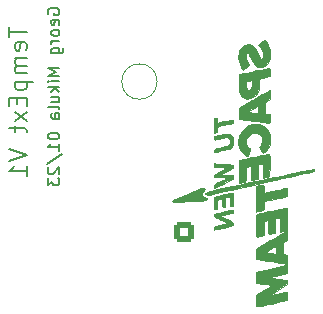
<source format=gbo>
G04 #@! TF.GenerationSoftware,KiCad,Pcbnew,6.0.10-86aedd382b~118~ubuntu20.04.1*
G04 #@! TF.CreationDate,2023-01-08T02:49:30+01:00*
G04 #@! TF.ProjectId,TempExt,54656d70-4578-4742-9e6b-696361645f70,rev?*
G04 #@! TF.SameCoordinates,Original*
G04 #@! TF.FileFunction,Legend,Bot*
G04 #@! TF.FilePolarity,Positive*
%FSLAX46Y46*%
G04 Gerber Fmt 4.6, Leading zero omitted, Abs format (unit mm)*
G04 Created by KiCad (PCBNEW 6.0.10-86aedd382b~118~ubuntu20.04.1) date 2023-01-08 02:49:30*
%MOMM*%
%LPD*%
G01*
G04 APERTURE LIST*
G04 Aperture macros list*
%AMRoundRect*
0 Rectangle with rounded corners*
0 $1 Rounding radius*
0 $2 $3 $4 $5 $6 $7 $8 $9 X,Y pos of 4 corners*
0 Add a 4 corners polygon primitive as box body*
4,1,4,$2,$3,$4,$5,$6,$7,$8,$9,$2,$3,0*
0 Add four circle primitives for the rounded corners*
1,1,$1+$1,$2,$3*
1,1,$1+$1,$4,$5*
1,1,$1+$1,$6,$7*
1,1,$1+$1,$8,$9*
0 Add four rect primitives between the rounded corners*
20,1,$1+$1,$2,$3,$4,$5,0*
20,1,$1+$1,$4,$5,$6,$7,0*
20,1,$1+$1,$6,$7,$8,$9,0*
20,1,$1+$1,$8,$9,$2,$3,0*%
G04 Aperture macros list end*
%ADD10C,0.200000*%
%ADD11C,0.150000*%
%ADD12C,0.010000*%
%ADD13C,0.120000*%
%ADD14C,1.000000*%
%ADD15C,2.500000*%
%ADD16RoundRect,0.250000X-0.600000X0.600000X-0.600000X-0.600000X0.600000X-0.600000X0.600000X0.600000X0*%
%ADD17C,1.700000*%
%ADD18C,2.100000*%
G04 APERTURE END LIST*
D10*
X110178571Y-105607142D02*
X110178571Y-106464285D01*
X111678571Y-106035714D02*
X110178571Y-106035714D01*
X111607142Y-107535714D02*
X111678571Y-107392857D01*
X111678571Y-107107142D01*
X111607142Y-106964285D01*
X111464285Y-106892857D01*
X110892857Y-106892857D01*
X110750000Y-106964285D01*
X110678571Y-107107142D01*
X110678571Y-107392857D01*
X110750000Y-107535714D01*
X110892857Y-107607142D01*
X111035714Y-107607142D01*
X111178571Y-106892857D01*
X111678571Y-108250000D02*
X110678571Y-108250000D01*
X110821428Y-108250000D02*
X110750000Y-108321428D01*
X110678571Y-108464285D01*
X110678571Y-108678571D01*
X110750000Y-108821428D01*
X110892857Y-108892857D01*
X111678571Y-108892857D01*
X110892857Y-108892857D02*
X110750000Y-108964285D01*
X110678571Y-109107142D01*
X110678571Y-109321428D01*
X110750000Y-109464285D01*
X110892857Y-109535714D01*
X111678571Y-109535714D01*
X110678571Y-110250000D02*
X112178571Y-110250000D01*
X110750000Y-110250000D02*
X110678571Y-110392857D01*
X110678571Y-110678571D01*
X110750000Y-110821428D01*
X110821428Y-110892857D01*
X110964285Y-110964285D01*
X111392857Y-110964285D01*
X111535714Y-110892857D01*
X111607142Y-110821428D01*
X111678571Y-110678571D01*
X111678571Y-110392857D01*
X111607142Y-110250000D01*
X110892857Y-111607142D02*
X110892857Y-112107142D01*
X111678571Y-112321428D02*
X111678571Y-111607142D01*
X110178571Y-111607142D01*
X110178571Y-112321428D01*
X111678571Y-112821428D02*
X110678571Y-113607142D01*
X110678571Y-112821428D02*
X111678571Y-113607142D01*
X110678571Y-113964285D02*
X110678571Y-114535714D01*
X110178571Y-114178571D02*
X111464285Y-114178571D01*
X111607142Y-114250000D01*
X111678571Y-114392857D01*
X111678571Y-114535714D01*
X110178571Y-115964285D02*
X111678571Y-116464285D01*
X110178571Y-116964285D01*
X111678571Y-118250000D02*
X111678571Y-117392857D01*
X111678571Y-117821428D02*
X110178571Y-117821428D01*
X110392857Y-117678571D01*
X110535714Y-117535714D01*
X110607142Y-117392857D01*
D11*
X113500000Y-104547619D02*
X113452380Y-104452380D01*
X113452380Y-104309523D01*
X113500000Y-104166666D01*
X113595238Y-104071428D01*
X113690476Y-104023809D01*
X113880952Y-103976190D01*
X114023809Y-103976190D01*
X114214285Y-104023809D01*
X114309523Y-104071428D01*
X114404761Y-104166666D01*
X114452380Y-104309523D01*
X114452380Y-104404761D01*
X114404761Y-104547619D01*
X114357142Y-104595238D01*
X114023809Y-104595238D01*
X114023809Y-104404761D01*
X114404761Y-105404761D02*
X114452380Y-105309523D01*
X114452380Y-105119047D01*
X114404761Y-105023809D01*
X114309523Y-104976190D01*
X113928571Y-104976190D01*
X113833333Y-105023809D01*
X113785714Y-105119047D01*
X113785714Y-105309523D01*
X113833333Y-105404761D01*
X113928571Y-105452380D01*
X114023809Y-105452380D01*
X114119047Y-104976190D01*
X114452380Y-106023809D02*
X114404761Y-105928571D01*
X114357142Y-105880952D01*
X114261904Y-105833333D01*
X113976190Y-105833333D01*
X113880952Y-105880952D01*
X113833333Y-105928571D01*
X113785714Y-106023809D01*
X113785714Y-106166666D01*
X113833333Y-106261904D01*
X113880952Y-106309523D01*
X113976190Y-106357142D01*
X114261904Y-106357142D01*
X114357142Y-106309523D01*
X114404761Y-106261904D01*
X114452380Y-106166666D01*
X114452380Y-106023809D01*
X114452380Y-106785714D02*
X113785714Y-106785714D01*
X113976190Y-106785714D02*
X113880952Y-106833333D01*
X113833333Y-106880952D01*
X113785714Y-106976190D01*
X113785714Y-107071428D01*
X113785714Y-107833333D02*
X114595238Y-107833333D01*
X114690476Y-107785714D01*
X114738095Y-107738095D01*
X114785714Y-107642857D01*
X114785714Y-107500000D01*
X114738095Y-107404761D01*
X114404761Y-107833333D02*
X114452380Y-107738095D01*
X114452380Y-107547619D01*
X114404761Y-107452380D01*
X114357142Y-107404761D01*
X114261904Y-107357142D01*
X113976190Y-107357142D01*
X113880952Y-107404761D01*
X113833333Y-107452380D01*
X113785714Y-107547619D01*
X113785714Y-107738095D01*
X113833333Y-107833333D01*
X114452380Y-109071428D02*
X113452380Y-109071428D01*
X114166666Y-109404761D01*
X113452380Y-109738095D01*
X114452380Y-109738095D01*
X114452380Y-110214285D02*
X113785714Y-110214285D01*
X113452380Y-110214285D02*
X113500000Y-110166666D01*
X113547619Y-110214285D01*
X113500000Y-110261904D01*
X113452380Y-110214285D01*
X113547619Y-110214285D01*
X114452380Y-110690476D02*
X113452380Y-110690476D01*
X114071428Y-110785714D02*
X114452380Y-111071428D01*
X113785714Y-111071428D02*
X114166666Y-110690476D01*
X113785714Y-111928571D02*
X114452380Y-111928571D01*
X113785714Y-111500000D02*
X114309523Y-111500000D01*
X114404761Y-111547619D01*
X114452380Y-111642857D01*
X114452380Y-111785714D01*
X114404761Y-111880952D01*
X114357142Y-111928571D01*
X114452380Y-112547619D02*
X114404761Y-112452380D01*
X114309523Y-112404761D01*
X113452380Y-112404761D01*
X114452380Y-113357142D02*
X113928571Y-113357142D01*
X113833333Y-113309523D01*
X113785714Y-113214285D01*
X113785714Y-113023809D01*
X113833333Y-112928571D01*
X114404761Y-113357142D02*
X114452380Y-113261904D01*
X114452380Y-113023809D01*
X114404761Y-112928571D01*
X114309523Y-112880952D01*
X114214285Y-112880952D01*
X114119047Y-112928571D01*
X114071428Y-113023809D01*
X114071428Y-113261904D01*
X114023809Y-113357142D01*
X113452380Y-114785714D02*
X113452380Y-114880952D01*
X113500000Y-114976190D01*
X113547619Y-115023809D01*
X113642857Y-115071428D01*
X113833333Y-115119047D01*
X114071428Y-115119047D01*
X114261904Y-115071428D01*
X114357142Y-115023809D01*
X114404761Y-114976190D01*
X114452380Y-114880952D01*
X114452380Y-114785714D01*
X114404761Y-114690476D01*
X114357142Y-114642857D01*
X114261904Y-114595238D01*
X114071428Y-114547619D01*
X113833333Y-114547619D01*
X113642857Y-114595238D01*
X113547619Y-114642857D01*
X113500000Y-114690476D01*
X113452380Y-114785714D01*
X114452380Y-116071428D02*
X114452380Y-115500000D01*
X114452380Y-115785714D02*
X113452380Y-115785714D01*
X113595238Y-115690476D01*
X113690476Y-115595238D01*
X113738095Y-115500000D01*
X113404761Y-117214285D02*
X114690476Y-116357142D01*
X113547619Y-117500000D02*
X113500000Y-117547619D01*
X113452380Y-117642857D01*
X113452380Y-117880952D01*
X113500000Y-117976190D01*
X113547619Y-118023809D01*
X113642857Y-118071428D01*
X113738095Y-118071428D01*
X113880952Y-118023809D01*
X114452380Y-117452380D01*
X114452380Y-118071428D01*
X113452380Y-118404761D02*
X113452380Y-119023809D01*
X113833333Y-118690476D01*
X113833333Y-118833333D01*
X113880952Y-118928571D01*
X113928571Y-118976190D01*
X114023809Y-119023809D01*
X114261904Y-119023809D01*
X114357142Y-118976190D01*
X114404761Y-118928571D01*
X114452380Y-118833333D01*
X114452380Y-118547619D01*
X114404761Y-118452380D01*
X114357142Y-118404761D01*
G36*
X136049818Y-117705714D02*
G01*
X136045453Y-117775808D01*
X136031077Y-117815273D01*
X136015108Y-117818560D01*
X135919801Y-117839642D01*
X135743987Y-117879053D01*
X135493751Y-117935415D01*
X135175178Y-118007352D01*
X134794353Y-118093486D01*
X134357362Y-118192438D01*
X133870290Y-118302832D01*
X133339223Y-118423290D01*
X132770245Y-118552435D01*
X132169443Y-118688888D01*
X131542900Y-118831273D01*
X131192443Y-118910885D01*
X130577360Y-119050342D01*
X129990406Y-119183084D01*
X129437774Y-119307725D01*
X128925653Y-119422884D01*
X128460238Y-119527177D01*
X128047719Y-119619220D01*
X127694289Y-119697630D01*
X127406140Y-119761024D01*
X127189463Y-119808018D01*
X127050451Y-119837228D01*
X126995296Y-119847273D01*
X126949456Y-119838623D01*
X126862640Y-119781619D01*
X126842195Y-119756079D01*
X126823799Y-119726126D01*
X126818562Y-119697564D01*
X126831630Y-119669018D01*
X126868148Y-119639113D01*
X126933262Y-119606474D01*
X127032116Y-119569727D01*
X127169856Y-119527496D01*
X127351628Y-119478407D01*
X127582576Y-119421084D01*
X127867846Y-119354153D01*
X128212583Y-119276238D01*
X128621933Y-119185965D01*
X129101040Y-119081959D01*
X129655051Y-118962845D01*
X130289110Y-118827248D01*
X131008363Y-118673793D01*
X131572381Y-118553495D01*
X132169326Y-118426150D01*
X132742241Y-118303904D01*
X133283761Y-118188333D01*
X133786516Y-118081008D01*
X134243141Y-117983504D01*
X134646268Y-117897392D01*
X134988530Y-117824247D01*
X135262560Y-117765641D01*
X135460990Y-117723148D01*
X135576454Y-117698340D01*
X136049818Y-117596155D01*
X136049818Y-117705714D01*
G37*
D12*
X136049818Y-117705714D02*
X136045453Y-117775808D01*
X136031077Y-117815273D01*
X136015108Y-117818560D01*
X135919801Y-117839642D01*
X135743987Y-117879053D01*
X135493751Y-117935415D01*
X135175178Y-118007352D01*
X134794353Y-118093486D01*
X134357362Y-118192438D01*
X133870290Y-118302832D01*
X133339223Y-118423290D01*
X132770245Y-118552435D01*
X132169443Y-118688888D01*
X131542900Y-118831273D01*
X131192443Y-118910885D01*
X130577360Y-119050342D01*
X129990406Y-119183084D01*
X129437774Y-119307725D01*
X128925653Y-119422884D01*
X128460238Y-119527177D01*
X128047719Y-119619220D01*
X127694289Y-119697630D01*
X127406140Y-119761024D01*
X127189463Y-119808018D01*
X127050451Y-119837228D01*
X126995296Y-119847273D01*
X126949456Y-119838623D01*
X126862640Y-119781619D01*
X126842195Y-119756079D01*
X126823799Y-119726126D01*
X126818562Y-119697564D01*
X126831630Y-119669018D01*
X126868148Y-119639113D01*
X126933262Y-119606474D01*
X127032116Y-119569727D01*
X127169856Y-119527496D01*
X127351628Y-119478407D01*
X127582576Y-119421084D01*
X127867846Y-119354153D01*
X128212583Y-119276238D01*
X128621933Y-119185965D01*
X129101040Y-119081959D01*
X129655051Y-118962845D01*
X130289110Y-118827248D01*
X131008363Y-118673793D01*
X131572381Y-118553495D01*
X132169326Y-118426150D01*
X132742241Y-118303904D01*
X133283761Y-118188333D01*
X133786516Y-118081008D01*
X134243141Y-117983504D01*
X134646268Y-117897392D01*
X134988530Y-117824247D01*
X135262560Y-117765641D01*
X135460990Y-117723148D01*
X135576454Y-117698340D01*
X136049818Y-117596155D01*
X136049818Y-117705714D01*
G36*
X131691749Y-118981907D02*
G01*
X131738892Y-119029717D01*
X131753918Y-119137529D01*
X131754909Y-119319294D01*
X131754998Y-119368075D01*
X131758499Y-119526438D01*
X131770257Y-119613799D01*
X131794568Y-119647453D01*
X131835727Y-119644697D01*
X131850454Y-119640585D01*
X131953601Y-119615320D01*
X132120035Y-119577137D01*
X132332708Y-119529704D01*
X132574571Y-119476692D01*
X132828575Y-119421769D01*
X133077672Y-119368604D01*
X133304815Y-119320866D01*
X133492953Y-119282225D01*
X133625039Y-119256350D01*
X133684025Y-119246909D01*
X133705060Y-119264754D01*
X133728653Y-119350894D01*
X133741286Y-119484312D01*
X133742998Y-119637991D01*
X133733828Y-119784919D01*
X133713815Y-119898081D01*
X133683000Y-119950463D01*
X133675673Y-119952683D01*
X133594412Y-119972548D01*
X133440814Y-120007588D01*
X133229289Y-120054594D01*
X132974245Y-120110356D01*
X132690091Y-120171663D01*
X131754909Y-120372154D01*
X131754909Y-120732288D01*
X131754266Y-120878152D01*
X131747986Y-121002048D01*
X131729329Y-121070045D01*
X131691551Y-121102777D01*
X131627909Y-121120875D01*
X131627051Y-121121067D01*
X131490094Y-121153299D01*
X131339273Y-121190770D01*
X131319708Y-121195725D01*
X131207244Y-121221734D01*
X131143000Y-121232470D01*
X131136871Y-121215483D01*
X131127703Y-121120968D01*
X131119858Y-120954758D01*
X131113746Y-120729640D01*
X131109778Y-120458402D01*
X131108364Y-120153830D01*
X131108364Y-119074933D01*
X131370066Y-119022376D01*
X131428796Y-119010495D01*
X131594411Y-118980149D01*
X131691749Y-118981907D01*
G37*
X131691749Y-118981907D02*
X131738892Y-119029717D01*
X131753918Y-119137529D01*
X131754909Y-119319294D01*
X131754998Y-119368075D01*
X131758499Y-119526438D01*
X131770257Y-119613799D01*
X131794568Y-119647453D01*
X131835727Y-119644697D01*
X131850454Y-119640585D01*
X131953601Y-119615320D01*
X132120035Y-119577137D01*
X132332708Y-119529704D01*
X132574571Y-119476692D01*
X132828575Y-119421769D01*
X133077672Y-119368604D01*
X133304815Y-119320866D01*
X133492953Y-119282225D01*
X133625039Y-119256350D01*
X133684025Y-119246909D01*
X133705060Y-119264754D01*
X133728653Y-119350894D01*
X133741286Y-119484312D01*
X133742998Y-119637991D01*
X133733828Y-119784919D01*
X133713815Y-119898081D01*
X133683000Y-119950463D01*
X133675673Y-119952683D01*
X133594412Y-119972548D01*
X133440814Y-120007588D01*
X133229289Y-120054594D01*
X132974245Y-120110356D01*
X132690091Y-120171663D01*
X131754909Y-120372154D01*
X131754909Y-120732288D01*
X131754266Y-120878152D01*
X131747986Y-121002048D01*
X131729329Y-121070045D01*
X131691551Y-121102777D01*
X131627909Y-121120875D01*
X131627051Y-121121067D01*
X131490094Y-121153299D01*
X131339273Y-121190770D01*
X131319708Y-121195725D01*
X131207244Y-121221734D01*
X131143000Y-121232470D01*
X131136871Y-121215483D01*
X131127703Y-121120968D01*
X131119858Y-120954758D01*
X131113746Y-120729640D01*
X131109778Y-120458402D01*
X131108364Y-120153830D01*
X131108364Y-119074933D01*
X131370066Y-119022376D01*
X131428796Y-119010495D01*
X131594411Y-118980149D01*
X131691749Y-118981907D01*
G36*
X133197037Y-123141367D02*
G01*
X133385977Y-123026913D01*
X133516919Y-122946432D01*
X133579091Y-122906411D01*
X133630385Y-122867629D01*
X133635166Y-122849489D01*
X133556000Y-122863072D01*
X133435827Y-122887932D01*
X133290454Y-122917907D01*
X133140364Y-122948793D01*
X133140364Y-121736542D01*
X132967182Y-121767791D01*
X132939702Y-121772915D01*
X132824060Y-121798316D01*
X132759364Y-121818791D01*
X132757415Y-121820833D01*
X132744650Y-121883530D01*
X132734264Y-122017960D01*
X132727282Y-122206071D01*
X132724727Y-122429805D01*
X132724727Y-123021067D01*
X132463025Y-123073625D01*
X132349451Y-123095713D01*
X132226099Y-123117680D01*
X132162843Y-123126182D01*
X132161180Y-123125646D01*
X132146821Y-123073443D01*
X132135122Y-122948263D01*
X132127247Y-122767590D01*
X132124364Y-122548909D01*
X132124326Y-122523954D01*
X132120672Y-122308542D01*
X132111909Y-122133029D01*
X132099262Y-122014899D01*
X132083954Y-121971637D01*
X132083575Y-121971638D01*
X132012458Y-121980203D01*
X131899227Y-122000500D01*
X131754909Y-122029364D01*
X131754909Y-123258179D01*
X131490549Y-123313060D01*
X131375343Y-123337920D01*
X131242576Y-123369252D01*
X131167276Y-123390548D01*
X131165254Y-123391193D01*
X131145433Y-123377385D01*
X131130528Y-123318352D01*
X131119954Y-123204672D01*
X131113125Y-123026920D01*
X131109456Y-122775673D01*
X131108364Y-122441508D01*
X131108380Y-122372167D01*
X131109227Y-122063629D01*
X131112048Y-121833409D01*
X131117797Y-121669732D01*
X131127430Y-121560820D01*
X131141902Y-121494898D01*
X131162168Y-121460190D01*
X131189182Y-121444921D01*
X131193064Y-121443759D01*
X131279494Y-121421915D01*
X131436534Y-121385452D01*
X131649567Y-121337518D01*
X131903979Y-121281263D01*
X132185152Y-121219834D01*
X132478470Y-121156380D01*
X132769316Y-121094049D01*
X133043076Y-121035992D01*
X133285131Y-120985355D01*
X133480866Y-120945287D01*
X133615665Y-120918938D01*
X133674912Y-120909455D01*
X133694203Y-120920015D01*
X133709312Y-120958104D01*
X133720468Y-121032982D01*
X133728043Y-121153910D01*
X133732408Y-121330146D01*
X133733934Y-121570951D01*
X133732991Y-121885583D01*
X133729951Y-122283304D01*
X133717636Y-123657153D01*
X133544579Y-123749576D01*
X133371522Y-123842000D01*
X133371397Y-124355643D01*
X133371273Y-124869286D01*
X133740727Y-124928364D01*
X133740727Y-125673521D01*
X133613727Y-125647017D01*
X133586065Y-125641782D01*
X133467028Y-125621437D01*
X133278687Y-125590603D01*
X133036021Y-125551693D01*
X132754010Y-125507117D01*
X132447636Y-125459288D01*
X132305833Y-125437262D01*
X132006142Y-125390557D01*
X131736168Y-125348278D01*
X131511302Y-125312846D01*
X131346934Y-125286684D01*
X131258454Y-125272212D01*
X131108364Y-125246360D01*
X131108364Y-124708228D01*
X131877809Y-124708228D01*
X131881775Y-124710029D01*
X131955149Y-124725512D01*
X132090843Y-124744039D01*
X132262909Y-124761985D01*
X132281925Y-124763733D01*
X132460024Y-124782407D01*
X132606086Y-124801539D01*
X132690091Y-124817247D01*
X132693656Y-124818268D01*
X132734559Y-124818796D01*
X132757911Y-124780204D01*
X132768449Y-124684764D01*
X132770909Y-124514749D01*
X132770891Y-124499327D01*
X132768508Y-124342073D01*
X132762889Y-124230667D01*
X132755158Y-124188364D01*
X132753368Y-124188481D01*
X132693352Y-124212601D01*
X132581216Y-124270907D01*
X132435958Y-124352142D01*
X132276578Y-124445048D01*
X132122074Y-124538368D01*
X131991445Y-124620842D01*
X131903690Y-124681215D01*
X131877809Y-124708228D01*
X131108364Y-124708228D01*
X131108364Y-124383222D01*
X132297545Y-123678461D01*
X132389936Y-123623668D01*
X132688245Y-123446233D01*
X132755158Y-123406243D01*
X132960869Y-123283303D01*
X133197037Y-123141367D01*
G37*
X133197037Y-123141367D02*
X133385977Y-123026913D01*
X133516919Y-122946432D01*
X133579091Y-122906411D01*
X133630385Y-122867629D01*
X133635166Y-122849489D01*
X133556000Y-122863072D01*
X133435827Y-122887932D01*
X133290454Y-122917907D01*
X133140364Y-122948793D01*
X133140364Y-121736542D01*
X132967182Y-121767791D01*
X132939702Y-121772915D01*
X132824060Y-121798316D01*
X132759364Y-121818791D01*
X132757415Y-121820833D01*
X132744650Y-121883530D01*
X132734264Y-122017960D01*
X132727282Y-122206071D01*
X132724727Y-122429805D01*
X132724727Y-123021067D01*
X132463025Y-123073625D01*
X132349451Y-123095713D01*
X132226099Y-123117680D01*
X132162843Y-123126182D01*
X132161180Y-123125646D01*
X132146821Y-123073443D01*
X132135122Y-122948263D01*
X132127247Y-122767590D01*
X132124364Y-122548909D01*
X132124326Y-122523954D01*
X132120672Y-122308542D01*
X132111909Y-122133029D01*
X132099262Y-122014899D01*
X132083954Y-121971637D01*
X132083575Y-121971638D01*
X132012458Y-121980203D01*
X131899227Y-122000500D01*
X131754909Y-122029364D01*
X131754909Y-123258179D01*
X131490549Y-123313060D01*
X131375343Y-123337920D01*
X131242576Y-123369252D01*
X131167276Y-123390548D01*
X131165254Y-123391193D01*
X131145433Y-123377385D01*
X131130528Y-123318352D01*
X131119954Y-123204672D01*
X131113125Y-123026920D01*
X131109456Y-122775673D01*
X131108364Y-122441508D01*
X131108380Y-122372167D01*
X131109227Y-122063629D01*
X131112048Y-121833409D01*
X131117797Y-121669732D01*
X131127430Y-121560820D01*
X131141902Y-121494898D01*
X131162168Y-121460190D01*
X131189182Y-121444921D01*
X131193064Y-121443759D01*
X131279494Y-121421915D01*
X131436534Y-121385452D01*
X131649567Y-121337518D01*
X131903979Y-121281263D01*
X132185152Y-121219834D01*
X132478470Y-121156380D01*
X132769316Y-121094049D01*
X133043076Y-121035992D01*
X133285131Y-120985355D01*
X133480866Y-120945287D01*
X133615665Y-120918938D01*
X133674912Y-120909455D01*
X133694203Y-120920015D01*
X133709312Y-120958104D01*
X133720468Y-121032982D01*
X133728043Y-121153910D01*
X133732408Y-121330146D01*
X133733934Y-121570951D01*
X133732991Y-121885583D01*
X133729951Y-122283304D01*
X133717636Y-123657153D01*
X133544579Y-123749576D01*
X133371522Y-123842000D01*
X133371397Y-124355643D01*
X133371273Y-124869286D01*
X133740727Y-124928364D01*
X133740727Y-125673521D01*
X133613727Y-125647017D01*
X133586065Y-125641782D01*
X133467028Y-125621437D01*
X133278687Y-125590603D01*
X133036021Y-125551693D01*
X132754010Y-125507117D01*
X132447636Y-125459288D01*
X132305833Y-125437262D01*
X132006142Y-125390557D01*
X131736168Y-125348278D01*
X131511302Y-125312846D01*
X131346934Y-125286684D01*
X131258454Y-125272212D01*
X131108364Y-125246360D01*
X131108364Y-124708228D01*
X131877809Y-124708228D01*
X131881775Y-124710029D01*
X131955149Y-124725512D01*
X132090843Y-124744039D01*
X132262909Y-124761985D01*
X132281925Y-124763733D01*
X132460024Y-124782407D01*
X132606086Y-124801539D01*
X132690091Y-124817247D01*
X132693656Y-124818268D01*
X132734559Y-124818796D01*
X132757911Y-124780204D01*
X132768449Y-124684764D01*
X132770909Y-124514749D01*
X132770891Y-124499327D01*
X132768508Y-124342073D01*
X132762889Y-124230667D01*
X132755158Y-124188364D01*
X132753368Y-124188481D01*
X132693352Y-124212601D01*
X132581216Y-124270907D01*
X132435958Y-124352142D01*
X132276578Y-124445048D01*
X132122074Y-124538368D01*
X131991445Y-124620842D01*
X131903690Y-124681215D01*
X131877809Y-124708228D01*
X131108364Y-124708228D01*
X131108364Y-124383222D01*
X132297545Y-123678461D01*
X132389936Y-123623668D01*
X132688245Y-123446233D01*
X132755158Y-123406243D01*
X132960869Y-123283303D01*
X133197037Y-123141367D01*
G36*
X133717309Y-125774049D02*
G01*
X133733859Y-125823167D01*
X133736885Y-125929245D01*
X133731224Y-126109943D01*
X133717636Y-126472379D01*
X133048000Y-126621594D01*
X132766051Y-126684346D01*
X132551256Y-126732423D01*
X132404770Y-126766272D01*
X132315510Y-126789066D01*
X132272395Y-126803978D01*
X132264341Y-126814180D01*
X132280267Y-126822846D01*
X132309091Y-126833149D01*
X132328688Y-126838684D01*
X132431255Y-126859559D01*
X132599300Y-126889256D01*
X132814753Y-126924656D01*
X133059545Y-126962641D01*
X133740727Y-127065419D01*
X133740727Y-127409341D01*
X132980636Y-127863550D01*
X132958559Y-127876749D01*
X132725714Y-128016760D01*
X132524503Y-128139169D01*
X132366876Y-128236597D01*
X132264785Y-128301662D01*
X132230182Y-128326984D01*
X132245336Y-128325784D01*
X132334151Y-128309379D01*
X132488724Y-128277411D01*
X132693404Y-128233158D01*
X132932545Y-128179897D01*
X133061002Y-128151116D01*
X133291635Y-128100530D01*
X133483589Y-128059843D01*
X133619748Y-128032643D01*
X133683000Y-128022520D01*
X133686442Y-128022697D01*
X133717666Y-128060726D01*
X133735228Y-128171570D01*
X133740727Y-128364706D01*
X133738418Y-128521457D01*
X133727112Y-128641275D01*
X133702391Y-128705190D01*
X133659909Y-128733006D01*
X133657209Y-128733825D01*
X133572213Y-128755500D01*
X133416296Y-128791863D01*
X133204103Y-128839754D01*
X132950277Y-128896015D01*
X132669462Y-128957487D01*
X132376300Y-129021012D01*
X132085436Y-129083430D01*
X131811513Y-129141583D01*
X131569175Y-129192311D01*
X131373066Y-129232457D01*
X131237828Y-129258861D01*
X131178106Y-129268364D01*
X131160015Y-129264763D01*
X131134130Y-129231633D01*
X131118354Y-129151374D01*
X131110496Y-129008930D01*
X131108364Y-128789246D01*
X131108364Y-128310128D01*
X131804602Y-127894360D01*
X132500841Y-127478592D01*
X131804602Y-127372403D01*
X131108364Y-127266214D01*
X131108364Y-126331738D01*
X132320636Y-126064708D01*
X132636471Y-125995080D01*
X132939101Y-125928244D01*
X133203699Y-125869687D01*
X133417221Y-125822299D01*
X133566622Y-125788971D01*
X133638860Y-125772593D01*
X133682399Y-125764228D01*
X133717309Y-125774049D01*
G37*
X133717309Y-125774049D02*
X133733859Y-125823167D01*
X133736885Y-125929245D01*
X133731224Y-126109943D01*
X133717636Y-126472379D01*
X133048000Y-126621594D01*
X132766051Y-126684346D01*
X132551256Y-126732423D01*
X132404770Y-126766272D01*
X132315510Y-126789066D01*
X132272395Y-126803978D01*
X132264341Y-126814180D01*
X132280267Y-126822846D01*
X132309091Y-126833149D01*
X132328688Y-126838684D01*
X132431255Y-126859559D01*
X132599300Y-126889256D01*
X132814753Y-126924656D01*
X133059545Y-126962641D01*
X133740727Y-127065419D01*
X133740727Y-127409341D01*
X132980636Y-127863550D01*
X132958559Y-127876749D01*
X132725714Y-128016760D01*
X132524503Y-128139169D01*
X132366876Y-128236597D01*
X132264785Y-128301662D01*
X132230182Y-128326984D01*
X132245336Y-128325784D01*
X132334151Y-128309379D01*
X132488724Y-128277411D01*
X132693404Y-128233158D01*
X132932545Y-128179897D01*
X133061002Y-128151116D01*
X133291635Y-128100530D01*
X133483589Y-128059843D01*
X133619748Y-128032643D01*
X133683000Y-128022520D01*
X133686442Y-128022697D01*
X133717666Y-128060726D01*
X133735228Y-128171570D01*
X133740727Y-128364706D01*
X133738418Y-128521457D01*
X133727112Y-128641275D01*
X133702391Y-128705190D01*
X133659909Y-128733006D01*
X133657209Y-128733825D01*
X133572213Y-128755500D01*
X133416296Y-128791863D01*
X133204103Y-128839754D01*
X132950277Y-128896015D01*
X132669462Y-128957487D01*
X132376300Y-129021012D01*
X132085436Y-129083430D01*
X131811513Y-129141583D01*
X131569175Y-129192311D01*
X131373066Y-129232457D01*
X131237828Y-129258861D01*
X131178106Y-129268364D01*
X131160015Y-129264763D01*
X131134130Y-129231633D01*
X131118354Y-129151374D01*
X131110496Y-129008930D01*
X131108364Y-128789246D01*
X131108364Y-128310128D01*
X131804602Y-127894360D01*
X132500841Y-127478592D01*
X131804602Y-127372403D01*
X131108364Y-127266214D01*
X131108364Y-126331738D01*
X132320636Y-126064708D01*
X132636471Y-125995080D01*
X132939101Y-125928244D01*
X133203699Y-125869687D01*
X133417221Y-125822299D01*
X133566622Y-125788971D01*
X133638860Y-125772593D01*
X133682399Y-125764228D01*
X133717309Y-125774049D01*
G36*
X131837275Y-106748189D02*
G01*
X131929604Y-106835492D01*
X132028771Y-106980948D01*
X132124088Y-107165470D01*
X132204865Y-107369971D01*
X132260413Y-107575364D01*
X132293381Y-107855927D01*
X132272408Y-108178272D01*
X132188719Y-108465129D01*
X132047672Y-108704714D01*
X131854624Y-108885242D01*
X131614935Y-108994930D01*
X131569144Y-109006182D01*
X131345485Y-109023266D01*
X131149373Y-108965596D01*
X130974821Y-108828785D01*
X130815844Y-108608450D01*
X130666456Y-108300207D01*
X130643652Y-108245593D01*
X130547856Y-108030059D01*
X130471965Y-107891778D01*
X130408637Y-107822024D01*
X130350528Y-107812069D01*
X130290294Y-107853187D01*
X130239460Y-107948734D01*
X130228800Y-108111366D01*
X130266841Y-108309457D01*
X130349381Y-108522719D01*
X130472213Y-108730869D01*
X130495033Y-108776947D01*
X130483732Y-108830836D01*
X130422512Y-108904876D01*
X130300182Y-109017731D01*
X130181514Y-109119338D01*
X130086484Y-109194368D01*
X130038988Y-109223680D01*
X130013283Y-109204642D01*
X129948423Y-109126705D01*
X129865213Y-109008824D01*
X129734467Y-108767666D01*
X129640201Y-108473438D01*
X129605657Y-108178003D01*
X129627102Y-107893823D01*
X129700802Y-107633364D01*
X129823026Y-107409088D01*
X129990039Y-107233459D01*
X130198109Y-107118942D01*
X130443502Y-107078000D01*
X130494192Y-107079219D01*
X130684948Y-107113466D01*
X130846476Y-107201821D01*
X130988222Y-107353749D01*
X131119633Y-107578714D01*
X131250154Y-107886182D01*
X131334239Y-108079412D01*
X131426889Y-108221838D01*
X131512722Y-108276788D01*
X131589487Y-108242965D01*
X131654933Y-108119077D01*
X131676023Y-108005583D01*
X131656720Y-107795584D01*
X131580807Y-107562761D01*
X131454549Y-107331736D01*
X131300788Y-107103247D01*
X131522712Y-106917442D01*
X131630526Y-106831328D01*
X131732211Y-106759305D01*
X131787904Y-106731637D01*
X131837275Y-106748189D01*
G37*
X131837275Y-106748189D02*
X131929604Y-106835492D01*
X132028771Y-106980948D01*
X132124088Y-107165470D01*
X132204865Y-107369971D01*
X132260413Y-107575364D01*
X132293381Y-107855927D01*
X132272408Y-108178272D01*
X132188719Y-108465129D01*
X132047672Y-108704714D01*
X131854624Y-108885242D01*
X131614935Y-108994930D01*
X131569144Y-109006182D01*
X131345485Y-109023266D01*
X131149373Y-108965596D01*
X130974821Y-108828785D01*
X130815844Y-108608450D01*
X130666456Y-108300207D01*
X130643652Y-108245593D01*
X130547856Y-108030059D01*
X130471965Y-107891778D01*
X130408637Y-107822024D01*
X130350528Y-107812069D01*
X130290294Y-107853187D01*
X130239460Y-107948734D01*
X130228800Y-108111366D01*
X130266841Y-108309457D01*
X130349381Y-108522719D01*
X130472213Y-108730869D01*
X130495033Y-108776947D01*
X130483732Y-108830836D01*
X130422512Y-108904876D01*
X130300182Y-109017731D01*
X130181514Y-109119338D01*
X130086484Y-109194368D01*
X130038988Y-109223680D01*
X130013283Y-109204642D01*
X129948423Y-109126705D01*
X129865213Y-109008824D01*
X129734467Y-108767666D01*
X129640201Y-108473438D01*
X129605657Y-108178003D01*
X129627102Y-107893823D01*
X129700802Y-107633364D01*
X129823026Y-107409088D01*
X129990039Y-107233459D01*
X130198109Y-107118942D01*
X130443502Y-107078000D01*
X130494192Y-107079219D01*
X130684948Y-107113466D01*
X130846476Y-107201821D01*
X130988222Y-107353749D01*
X131119633Y-107578714D01*
X131250154Y-107886182D01*
X131334239Y-108079412D01*
X131426889Y-108221838D01*
X131512722Y-108276788D01*
X131589487Y-108242965D01*
X131654933Y-108119077D01*
X131676023Y-108005583D01*
X131656720Y-107795584D01*
X131580807Y-107562761D01*
X131454549Y-107331736D01*
X131300788Y-107103247D01*
X131522712Y-106917442D01*
X131630526Y-106831328D01*
X131732211Y-106759305D01*
X131787904Y-106731637D01*
X131837275Y-106748189D01*
G36*
X131379299Y-113842204D02*
G01*
X131650232Y-113937973D01*
X131888555Y-114101047D01*
X132081177Y-114333392D01*
X132102312Y-114369566D01*
X132185554Y-114543131D01*
X132249053Y-114718808D01*
X132282070Y-114899214D01*
X132286981Y-115183612D01*
X132248458Y-115473463D01*
X132169804Y-115726759D01*
X132117434Y-115828894D01*
X132019144Y-115978957D01*
X131910416Y-116112596D01*
X131809415Y-116208226D01*
X131734304Y-116244261D01*
X131708039Y-116227088D01*
X131641111Y-116152706D01*
X131556937Y-116042833D01*
X131473970Y-115923205D01*
X131410658Y-115819560D01*
X131385454Y-115757637D01*
X131389593Y-115745301D01*
X131432390Y-115675029D01*
X131506615Y-115572079D01*
X131609803Y-115385619D01*
X131650398Y-115173079D01*
X131621934Y-114969016D01*
X131532628Y-114789340D01*
X131390693Y-114649959D01*
X131204345Y-114566783D01*
X130981798Y-114555720D01*
X130766691Y-114617935D01*
X130560013Y-114744256D01*
X130389500Y-114914896D01*
X130273637Y-115111179D01*
X130230909Y-115314428D01*
X130240795Y-115400966D01*
X130289897Y-115554487D01*
X130364364Y-115692958D01*
X130446363Y-115778009D01*
X130521549Y-115821674D01*
X130592451Y-115876563D01*
X130616306Y-115940684D01*
X130599417Y-116040283D01*
X130548087Y-116201609D01*
X130494404Y-116354351D01*
X130444868Y-116477985D01*
X130411954Y-116540592D01*
X130406886Y-116545370D01*
X130334197Y-116550470D01*
X130224985Y-116495434D01*
X130094713Y-116393810D01*
X129958843Y-116259148D01*
X129832838Y-116104998D01*
X129732161Y-115944909D01*
X129681585Y-115839791D01*
X129637998Y-115706897D01*
X129617388Y-115553768D01*
X129612615Y-115344546D01*
X129614747Y-115218701D01*
X129631430Y-115029159D01*
X129671951Y-114865344D01*
X129744954Y-114684123D01*
X129801973Y-114570942D01*
X129993659Y-114304151D01*
X130231281Y-114092874D01*
X130501746Y-113939075D01*
X130791965Y-113844721D01*
X131088846Y-113811775D01*
X131379299Y-113842204D01*
G37*
X131379299Y-113842204D02*
X131650232Y-113937973D01*
X131888555Y-114101047D01*
X132081177Y-114333392D01*
X132102312Y-114369566D01*
X132185554Y-114543131D01*
X132249053Y-114718808D01*
X132282070Y-114899214D01*
X132286981Y-115183612D01*
X132248458Y-115473463D01*
X132169804Y-115726759D01*
X132117434Y-115828894D01*
X132019144Y-115978957D01*
X131910416Y-116112596D01*
X131809415Y-116208226D01*
X131734304Y-116244261D01*
X131708039Y-116227088D01*
X131641111Y-116152706D01*
X131556937Y-116042833D01*
X131473970Y-115923205D01*
X131410658Y-115819560D01*
X131385454Y-115757637D01*
X131389593Y-115745301D01*
X131432390Y-115675029D01*
X131506615Y-115572079D01*
X131609803Y-115385619D01*
X131650398Y-115173079D01*
X131621934Y-114969016D01*
X131532628Y-114789340D01*
X131390693Y-114649959D01*
X131204345Y-114566783D01*
X130981798Y-114555720D01*
X130766691Y-114617935D01*
X130560013Y-114744256D01*
X130389500Y-114914896D01*
X130273637Y-115111179D01*
X130230909Y-115314428D01*
X130240795Y-115400966D01*
X130289897Y-115554487D01*
X130364364Y-115692958D01*
X130446363Y-115778009D01*
X130521549Y-115821674D01*
X130592451Y-115876563D01*
X130616306Y-115940684D01*
X130599417Y-116040283D01*
X130548087Y-116201609D01*
X130494404Y-116354351D01*
X130444868Y-116477985D01*
X130411954Y-116540592D01*
X130406886Y-116545370D01*
X130334197Y-116550470D01*
X130224985Y-116495434D01*
X130094713Y-116393810D01*
X129958843Y-116259148D01*
X129832838Y-116104998D01*
X129732161Y-115944909D01*
X129681585Y-115839791D01*
X129637998Y-115706897D01*
X129617388Y-115553768D01*
X129612615Y-115344546D01*
X129614747Y-115218701D01*
X129631430Y-115029159D01*
X129671951Y-114865344D01*
X129744954Y-114684123D01*
X129801973Y-114570942D01*
X129993659Y-114304151D01*
X130231281Y-114092874D01*
X130501746Y-113939075D01*
X130791965Y-113844721D01*
X131088846Y-113811775D01*
X131379299Y-113842204D01*
G36*
X130880805Y-109356234D02*
G01*
X131207343Y-109284946D01*
X131506846Y-109220753D01*
X131766693Y-109166267D01*
X131974264Y-109124098D01*
X132116936Y-109096856D01*
X132182091Y-109087151D01*
X132182836Y-109087150D01*
X132224475Y-109099260D01*
X132248764Y-109147803D01*
X132260107Y-109251391D01*
X132262909Y-109428637D01*
X132262909Y-109770365D01*
X131905000Y-109847471D01*
X131870348Y-109854961D01*
X131692727Y-109894148D01*
X131548549Y-109927186D01*
X131466273Y-109947582D01*
X131447876Y-109954683D01*
X131415709Y-109988731D01*
X131396699Y-110061504D01*
X131387608Y-110190860D01*
X131385197Y-110394658D01*
X131378970Y-110656064D01*
X131352772Y-110894654D01*
X131300254Y-111080765D01*
X131215188Y-111235256D01*
X131091349Y-111378986D01*
X131090427Y-111379907D01*
X130869374Y-111546691D01*
X130625188Y-111641080D01*
X130374978Y-111663934D01*
X130135851Y-111616115D01*
X129924918Y-111498485D01*
X129759287Y-111311905D01*
X129738171Y-111276821D01*
X129704561Y-111208677D01*
X129681249Y-111130147D01*
X129666367Y-111024836D01*
X129658050Y-110876350D01*
X129654428Y-110668295D01*
X129653867Y-110467228D01*
X130230909Y-110467228D01*
X130232720Y-110530692D01*
X130267273Y-110727737D01*
X130338300Y-110865226D01*
X130436049Y-110934966D01*
X130550768Y-110928764D01*
X130672706Y-110838426D01*
X130717732Y-110767557D01*
X130756403Y-110628067D01*
X130777801Y-110416384D01*
X130783589Y-110309565D01*
X130786302Y-110184655D01*
X130774785Y-110123079D01*
X130743462Y-110106466D01*
X130686755Y-110116442D01*
X130677604Y-110118612D01*
X130551133Y-110145779D01*
X130404091Y-110174169D01*
X130230909Y-110205552D01*
X130230909Y-110467228D01*
X129653867Y-110467228D01*
X129653636Y-110384276D01*
X129653636Y-109626552D01*
X130743462Y-109386487D01*
X130877454Y-109356972D01*
X130880805Y-109356234D01*
G37*
X130880805Y-109356234D02*
X131207343Y-109284946D01*
X131506846Y-109220753D01*
X131766693Y-109166267D01*
X131974264Y-109124098D01*
X132116936Y-109096856D01*
X132182091Y-109087151D01*
X132182836Y-109087150D01*
X132224475Y-109099260D01*
X132248764Y-109147803D01*
X132260107Y-109251391D01*
X132262909Y-109428637D01*
X132262909Y-109770365D01*
X131905000Y-109847471D01*
X131870348Y-109854961D01*
X131692727Y-109894148D01*
X131548549Y-109927186D01*
X131466273Y-109947582D01*
X131447876Y-109954683D01*
X131415709Y-109988731D01*
X131396699Y-110061504D01*
X131387608Y-110190860D01*
X131385197Y-110394658D01*
X131378970Y-110656064D01*
X131352772Y-110894654D01*
X131300254Y-111080765D01*
X131215188Y-111235256D01*
X131091349Y-111378986D01*
X131090427Y-111379907D01*
X130869374Y-111546691D01*
X130625188Y-111641080D01*
X130374978Y-111663934D01*
X130135851Y-111616115D01*
X129924918Y-111498485D01*
X129759287Y-111311905D01*
X129738171Y-111276821D01*
X129704561Y-111208677D01*
X129681249Y-111130147D01*
X129666367Y-111024836D01*
X129658050Y-110876350D01*
X129654428Y-110668295D01*
X129653867Y-110467228D01*
X130230909Y-110467228D01*
X130232720Y-110530692D01*
X130267273Y-110727737D01*
X130338300Y-110865226D01*
X130436049Y-110934966D01*
X130550768Y-110928764D01*
X130672706Y-110838426D01*
X130717732Y-110767557D01*
X130756403Y-110628067D01*
X130777801Y-110416384D01*
X130783589Y-110309565D01*
X130786302Y-110184655D01*
X130774785Y-110123079D01*
X130743462Y-110106466D01*
X130686755Y-110116442D01*
X130677604Y-110118612D01*
X130551133Y-110145779D01*
X130404091Y-110174169D01*
X130230909Y-110205552D01*
X130230909Y-110467228D01*
X129653867Y-110467228D01*
X129653636Y-110384276D01*
X129653636Y-109626552D01*
X130743462Y-109386487D01*
X130877454Y-109356972D01*
X130880805Y-109356234D01*
G36*
X131646578Y-111286266D02*
G01*
X131853661Y-111163844D01*
X132005382Y-111074402D01*
X132089727Y-111025051D01*
X132262909Y-110925059D01*
X132262909Y-111744293D01*
X132055091Y-111857818D01*
X131847273Y-111971344D01*
X131847273Y-112463822D01*
X131848424Y-112663055D01*
X131857280Y-112830029D01*
X131881764Y-112932988D01*
X131929792Y-112987391D01*
X132009279Y-113008697D01*
X132128141Y-113012364D01*
X132262909Y-113012364D01*
X132262909Y-113381818D01*
X132262565Y-113433768D01*
X132256481Y-113595919D01*
X132244366Y-113709739D01*
X132228273Y-113753221D01*
X132226102Y-113753158D01*
X132161413Y-113745027D01*
X132019071Y-113724696D01*
X131811021Y-113693947D01*
X131549210Y-113654560D01*
X131245584Y-113608316D01*
X130912091Y-113556996D01*
X129630545Y-113358822D01*
X129631845Y-112920047D01*
X129632156Y-112814978D01*
X130316837Y-112814978D01*
X130608691Y-112846855D01*
X130744611Y-112862384D01*
X130931075Y-112885518D01*
X131073727Y-112905269D01*
X131246909Y-112931805D01*
X131246909Y-112625721D01*
X131243778Y-112472323D01*
X131235475Y-112361810D01*
X131223812Y-112319637D01*
X131189446Y-112334491D01*
X131088647Y-112386559D01*
X130939302Y-112467247D01*
X130758776Y-112567307D01*
X130316837Y-112814978D01*
X129632156Y-112814978D01*
X129633145Y-112481273D01*
X130774845Y-111803158D01*
X130813314Y-111780311D01*
X131114389Y-111601610D01*
X131223812Y-111536734D01*
X131396149Y-111434558D01*
X131646578Y-111286266D01*
G37*
X131646578Y-111286266D02*
X131853661Y-111163844D01*
X132005382Y-111074402D01*
X132089727Y-111025051D01*
X132262909Y-110925059D01*
X132262909Y-111744293D01*
X132055091Y-111857818D01*
X131847273Y-111971344D01*
X131847273Y-112463822D01*
X131848424Y-112663055D01*
X131857280Y-112830029D01*
X131881764Y-112932988D01*
X131929792Y-112987391D01*
X132009279Y-113008697D01*
X132128141Y-113012364D01*
X132262909Y-113012364D01*
X132262909Y-113381818D01*
X132262565Y-113433768D01*
X132256481Y-113595919D01*
X132244366Y-113709739D01*
X132228273Y-113753221D01*
X132226102Y-113753158D01*
X132161413Y-113745027D01*
X132019071Y-113724696D01*
X131811021Y-113693947D01*
X131549210Y-113654560D01*
X131245584Y-113608316D01*
X130912091Y-113556996D01*
X129630545Y-113358822D01*
X129631845Y-112920047D01*
X129632156Y-112814978D01*
X130316837Y-112814978D01*
X130608691Y-112846855D01*
X130744611Y-112862384D01*
X130931075Y-112885518D01*
X131073727Y-112905269D01*
X131246909Y-112931805D01*
X131246909Y-112625721D01*
X131243778Y-112472323D01*
X131235475Y-112361810D01*
X131223812Y-112319637D01*
X131189446Y-112334491D01*
X131088647Y-112386559D01*
X130939302Y-112467247D01*
X130758776Y-112567307D01*
X130316837Y-112814978D01*
X129632156Y-112814978D01*
X129633145Y-112481273D01*
X130774845Y-111803158D01*
X130813314Y-111780311D01*
X131114389Y-111601610D01*
X131223812Y-111536734D01*
X131396149Y-111434558D01*
X131646578Y-111286266D01*
G36*
X132211761Y-116341394D02*
G01*
X132230818Y-116370099D01*
X132244108Y-116436032D01*
X132252266Y-116550213D01*
X132255927Y-116723660D01*
X132255727Y-116967394D01*
X132252300Y-117292436D01*
X132239818Y-118247417D01*
X132124364Y-118278150D01*
X132115604Y-118280446D01*
X131985024Y-118310876D01*
X131835727Y-118341261D01*
X131662545Y-118373640D01*
X131662545Y-117164542D01*
X131489364Y-117195791D01*
X131461884Y-117200915D01*
X131346242Y-117226316D01*
X131281545Y-117246791D01*
X131279597Y-117248833D01*
X131266831Y-117311530D01*
X131256446Y-117445960D01*
X131249464Y-117634071D01*
X131246909Y-117857805D01*
X131246909Y-118449067D01*
X130985207Y-118501625D01*
X130871633Y-118523713D01*
X130748281Y-118545680D01*
X130685025Y-118554182D01*
X130683058Y-118553424D01*
X130668806Y-118499530D01*
X130657205Y-118372919D01*
X130649402Y-118190988D01*
X130646545Y-117971137D01*
X130646545Y-117388091D01*
X130502227Y-117416955D01*
X130383111Y-117437136D01*
X130294409Y-117445818D01*
X130269969Y-117460222D01*
X130250965Y-117516907D01*
X130238971Y-117628475D01*
X130232712Y-117807401D01*
X130230909Y-118066161D01*
X130231293Y-118297739D01*
X130228510Y-118479017D01*
X130215814Y-118597767D01*
X130186447Y-118669610D01*
X130133649Y-118710166D01*
X130050662Y-118735057D01*
X129930727Y-118759901D01*
X129815704Y-118786244D01*
X129711364Y-118813487D01*
X129700593Y-118816081D01*
X129676263Y-118811983D01*
X129658303Y-118782768D01*
X129645757Y-118717228D01*
X129637665Y-118604157D01*
X129633071Y-118432347D01*
X129631017Y-118190590D01*
X129630545Y-117867679D01*
X129630561Y-117801036D01*
X129631399Y-117492207D01*
X129634209Y-117261771D01*
X129639950Y-117097940D01*
X129649578Y-116988927D01*
X129664051Y-116922944D01*
X129684327Y-116888204D01*
X129711364Y-116872921D01*
X129715214Y-116871768D01*
X129801636Y-116849921D01*
X129958676Y-116813455D01*
X130171714Y-116765520D01*
X130426136Y-116709263D01*
X130707323Y-116647833D01*
X131000659Y-116584379D01*
X131291527Y-116522048D01*
X131565311Y-116463991D01*
X131807393Y-116413354D01*
X132003157Y-116373287D01*
X132137985Y-116346937D01*
X132197261Y-116337455D01*
X132211761Y-116341394D01*
G37*
X132211761Y-116341394D02*
X132230818Y-116370099D01*
X132244108Y-116436032D01*
X132252266Y-116550213D01*
X132255927Y-116723660D01*
X132255727Y-116967394D01*
X132252300Y-117292436D01*
X132239818Y-118247417D01*
X132124364Y-118278150D01*
X132115604Y-118280446D01*
X131985024Y-118310876D01*
X131835727Y-118341261D01*
X131662545Y-118373640D01*
X131662545Y-117164542D01*
X131489364Y-117195791D01*
X131461884Y-117200915D01*
X131346242Y-117226316D01*
X131281545Y-117246791D01*
X131279597Y-117248833D01*
X131266831Y-117311530D01*
X131256446Y-117445960D01*
X131249464Y-117634071D01*
X131246909Y-117857805D01*
X131246909Y-118449067D01*
X130985207Y-118501625D01*
X130871633Y-118523713D01*
X130748281Y-118545680D01*
X130685025Y-118554182D01*
X130683058Y-118553424D01*
X130668806Y-118499530D01*
X130657205Y-118372919D01*
X130649402Y-118190988D01*
X130646545Y-117971137D01*
X130646545Y-117388091D01*
X130502227Y-117416955D01*
X130383111Y-117437136D01*
X130294409Y-117445818D01*
X130269969Y-117460222D01*
X130250965Y-117516907D01*
X130238971Y-117628475D01*
X130232712Y-117807401D01*
X130230909Y-118066161D01*
X130231293Y-118297739D01*
X130228510Y-118479017D01*
X130215814Y-118597767D01*
X130186447Y-118669610D01*
X130133649Y-118710166D01*
X130050662Y-118735057D01*
X129930727Y-118759901D01*
X129815704Y-118786244D01*
X129711364Y-118813487D01*
X129700593Y-118816081D01*
X129676263Y-118811983D01*
X129658303Y-118782768D01*
X129645757Y-118717228D01*
X129637665Y-118604157D01*
X129633071Y-118432347D01*
X129631017Y-118190590D01*
X129630545Y-117867679D01*
X129630561Y-117801036D01*
X129631399Y-117492207D01*
X129634209Y-117261771D01*
X129639950Y-117097940D01*
X129649578Y-116988927D01*
X129664051Y-116922944D01*
X129684327Y-116888204D01*
X129711364Y-116872921D01*
X129715214Y-116871768D01*
X129801636Y-116849921D01*
X129958676Y-116813455D01*
X130171714Y-116765520D01*
X130426136Y-116709263D01*
X130707323Y-116647833D01*
X131000659Y-116584379D01*
X131291527Y-116522048D01*
X131565311Y-116463991D01*
X131807393Y-116413354D01*
X132003157Y-116373287D01*
X132137985Y-116346937D01*
X132197261Y-116337455D01*
X132211761Y-116341394D01*
G36*
X127808349Y-113310609D02*
G01*
X127826415Y-113375347D01*
X127829454Y-113510022D01*
X127829454Y-113736725D01*
X128418273Y-113606919D01*
X128450271Y-113599889D01*
X128675259Y-113551814D01*
X128869773Y-113512486D01*
X129013946Y-113485799D01*
X129087909Y-113475648D01*
X129089232Y-113475630D01*
X129150473Y-113505019D01*
X129168727Y-113605018D01*
X129167698Y-113645493D01*
X129154981Y-113691836D01*
X129114844Y-113726966D01*
X129031523Y-113758330D01*
X128889254Y-113793377D01*
X128672273Y-113839552D01*
X128661956Y-113841706D01*
X128370622Y-113902250D01*
X128156785Y-113948520D01*
X128008285Y-113986686D01*
X127912963Y-114022921D01*
X127858661Y-114063395D01*
X127833220Y-114114278D01*
X127824480Y-114181743D01*
X127820283Y-114271959D01*
X127812691Y-114377301D01*
X127793851Y-114470028D01*
X127753532Y-114512028D01*
X127678001Y-114528017D01*
X127549638Y-114542762D01*
X127575454Y-113312546D01*
X127702454Y-113297933D01*
X127761837Y-113293396D01*
X127808349Y-113310609D01*
G37*
X127808349Y-113310609D02*
X127826415Y-113375347D01*
X127829454Y-113510022D01*
X127829454Y-113736725D01*
X128418273Y-113606919D01*
X128450271Y-113599889D01*
X128675259Y-113551814D01*
X128869773Y-113512486D01*
X129013946Y-113485799D01*
X129087909Y-113475648D01*
X129089232Y-113475630D01*
X129150473Y-113505019D01*
X129168727Y-113605018D01*
X129167698Y-113645493D01*
X129154981Y-113691836D01*
X129114844Y-113726966D01*
X129031523Y-113758330D01*
X128889254Y-113793377D01*
X128672273Y-113839552D01*
X128661956Y-113841706D01*
X128370622Y-113902250D01*
X128156785Y-113948520D01*
X128008285Y-113986686D01*
X127912963Y-114022921D01*
X127858661Y-114063395D01*
X127833220Y-114114278D01*
X127824480Y-114181743D01*
X127820283Y-114271959D01*
X127812691Y-114377301D01*
X127793851Y-114470028D01*
X127753532Y-114512028D01*
X127678001Y-114528017D01*
X127549638Y-114542762D01*
X127575454Y-113312546D01*
X127702454Y-113297933D01*
X127761837Y-113293396D01*
X127808349Y-113310609D01*
G36*
X128877618Y-114688346D02*
G01*
X128989244Y-114759907D01*
X129078399Y-114873697D01*
X129143935Y-115040604D01*
X129170070Y-115265165D01*
X129147098Y-115492264D01*
X129075180Y-115682143D01*
X129067613Y-115694006D01*
X128957760Y-115814507D01*
X128827810Y-115899428D01*
X128762951Y-115921646D01*
X128620177Y-115962536D01*
X128431814Y-116012074D01*
X128220323Y-116064815D01*
X128008168Y-116115314D01*
X127817811Y-116158126D01*
X127671713Y-116187806D01*
X127592339Y-116198909D01*
X127564250Y-116159807D01*
X127552364Y-116064155D01*
X127552632Y-116037059D01*
X127561067Y-115983252D01*
X127593791Y-115944210D01*
X127667297Y-115911349D01*
X127798081Y-115876087D01*
X128002636Y-115829839D01*
X128005013Y-115829313D01*
X128281933Y-115766505D01*
X128483636Y-115715703D01*
X128625445Y-115671265D01*
X128722682Y-115627548D01*
X128790670Y-115578908D01*
X128844732Y-115519702D01*
X128913545Y-115401579D01*
X128938933Y-115236011D01*
X128885039Y-115087565D01*
X128755146Y-114976154D01*
X128690167Y-114949476D01*
X128615094Y-114939350D01*
X128510187Y-114947384D01*
X128355552Y-114975106D01*
X128131293Y-115024044D01*
X127959054Y-115062427D01*
X127780376Y-115100902D01*
X127651508Y-115127070D01*
X127592550Y-115136727D01*
X127592072Y-115136718D01*
X127564011Y-115095484D01*
X127552364Y-114998182D01*
X127552364Y-114996727D01*
X127557382Y-114899855D01*
X127569248Y-114859637D01*
X127614460Y-114850842D01*
X127732350Y-114825399D01*
X127904294Y-114787323D01*
X128111884Y-114740649D01*
X128265918Y-114707493D01*
X128530156Y-114664094D01*
X128729323Y-114657060D01*
X128877618Y-114688346D01*
G37*
X128877618Y-114688346D02*
X128989244Y-114759907D01*
X129078399Y-114873697D01*
X129143935Y-115040604D01*
X129170070Y-115265165D01*
X129147098Y-115492264D01*
X129075180Y-115682143D01*
X129067613Y-115694006D01*
X128957760Y-115814507D01*
X128827810Y-115899428D01*
X128762951Y-115921646D01*
X128620177Y-115962536D01*
X128431814Y-116012074D01*
X128220323Y-116064815D01*
X128008168Y-116115314D01*
X127817811Y-116158126D01*
X127671713Y-116187806D01*
X127592339Y-116198909D01*
X127564250Y-116159807D01*
X127552364Y-116064155D01*
X127552632Y-116037059D01*
X127561067Y-115983252D01*
X127593791Y-115944210D01*
X127667297Y-115911349D01*
X127798081Y-115876087D01*
X128002636Y-115829839D01*
X128005013Y-115829313D01*
X128281933Y-115766505D01*
X128483636Y-115715703D01*
X128625445Y-115671265D01*
X128722682Y-115627548D01*
X128790670Y-115578908D01*
X128844732Y-115519702D01*
X128913545Y-115401579D01*
X128938933Y-115236011D01*
X128885039Y-115087565D01*
X128755146Y-114976154D01*
X128690167Y-114949476D01*
X128615094Y-114939350D01*
X128510187Y-114947384D01*
X128355552Y-114975106D01*
X128131293Y-115024044D01*
X127959054Y-115062427D01*
X127780376Y-115100902D01*
X127651508Y-115127070D01*
X127592550Y-115136727D01*
X127592072Y-115136718D01*
X127564011Y-115095484D01*
X127552364Y-114998182D01*
X127552364Y-114996727D01*
X127557382Y-114899855D01*
X127569248Y-114859637D01*
X127614460Y-114850842D01*
X127732350Y-114825399D01*
X127904294Y-114787323D01*
X128111884Y-114740649D01*
X128265918Y-114707493D01*
X128530156Y-114664094D01*
X128729323Y-114657060D01*
X128877618Y-114688346D01*
G36*
X127817909Y-117184312D02*
G01*
X127931157Y-117194716D01*
X128137342Y-117210822D01*
X128379608Y-117227596D01*
X128626091Y-117242737D01*
X129168727Y-117273647D01*
X129168727Y-117419135D01*
X129166426Y-117469769D01*
X129149518Y-117523146D01*
X129104213Y-117573686D01*
X129016793Y-117632089D01*
X128873537Y-117709051D01*
X128660727Y-117815273D01*
X128648948Y-117821094D01*
X128455812Y-117919349D01*
X128298081Y-118004679D01*
X128191728Y-118068112D01*
X128152727Y-118100671D01*
X128181330Y-118113024D01*
X128285330Y-118127752D01*
X128447566Y-118140193D01*
X128649182Y-118148529D01*
X129145636Y-118161637D01*
X129174332Y-118458499D01*
X128386951Y-118852704D01*
X128371580Y-118860398D01*
X128126372Y-118982502D01*
X127911061Y-119088595D01*
X127738793Y-119172288D01*
X127622713Y-119227189D01*
X127575967Y-119246909D01*
X127573916Y-119246334D01*
X127558628Y-119197589D01*
X127552364Y-119094345D01*
X127552512Y-119073398D01*
X127558718Y-119015875D01*
X127583594Y-118966786D01*
X127640038Y-118916401D01*
X127740942Y-118854989D01*
X127899203Y-118772818D01*
X128127716Y-118660157D01*
X128703068Y-118378534D01*
X128127716Y-118345348D01*
X128124800Y-118345180D01*
X127887108Y-118330816D01*
X127726420Y-118317676D01*
X127627669Y-118302025D01*
X127575788Y-118280124D01*
X127555708Y-118248235D01*
X127552364Y-118202620D01*
X127553609Y-118183939D01*
X127573618Y-118134390D01*
X127627699Y-118080345D01*
X127728224Y-118013089D01*
X127887564Y-117923907D01*
X128118091Y-117804083D01*
X128683818Y-117515091D01*
X128118091Y-117502124D01*
X127552363Y-117489157D01*
X127552364Y-117322977D01*
X127552364Y-117156797D01*
X127817909Y-117184312D01*
G37*
X127817909Y-117184312D02*
X127931157Y-117194716D01*
X128137342Y-117210822D01*
X128379608Y-117227596D01*
X128626091Y-117242737D01*
X129168727Y-117273647D01*
X129168727Y-117419135D01*
X129166426Y-117469769D01*
X129149518Y-117523146D01*
X129104213Y-117573686D01*
X129016793Y-117632089D01*
X128873537Y-117709051D01*
X128660727Y-117815273D01*
X128648948Y-117821094D01*
X128455812Y-117919349D01*
X128298081Y-118004679D01*
X128191728Y-118068112D01*
X128152727Y-118100671D01*
X128181330Y-118113024D01*
X128285330Y-118127752D01*
X128447566Y-118140193D01*
X128649182Y-118148529D01*
X129145636Y-118161637D01*
X129174332Y-118458499D01*
X128386951Y-118852704D01*
X128371580Y-118860398D01*
X128126372Y-118982502D01*
X127911061Y-119088595D01*
X127738793Y-119172288D01*
X127622713Y-119227189D01*
X127575967Y-119246909D01*
X127573916Y-119246334D01*
X127558628Y-119197589D01*
X127552364Y-119094345D01*
X127552512Y-119073398D01*
X127558718Y-119015875D01*
X127583594Y-118966786D01*
X127640038Y-118916401D01*
X127740942Y-118854989D01*
X127899203Y-118772818D01*
X128127716Y-118660157D01*
X128703068Y-118378534D01*
X128127716Y-118345348D01*
X128124800Y-118345180D01*
X127887108Y-118330816D01*
X127726420Y-118317676D01*
X127627669Y-118302025D01*
X127575788Y-118280124D01*
X127555708Y-118248235D01*
X127552364Y-118202620D01*
X127553609Y-118183939D01*
X127573618Y-118134390D01*
X127627699Y-118080345D01*
X127728224Y-118013089D01*
X127887564Y-117923907D01*
X128118091Y-117804083D01*
X128683818Y-117515091D01*
X128118091Y-117502124D01*
X127552363Y-117489157D01*
X127552364Y-117322977D01*
X127552364Y-117156797D01*
X127817909Y-117184312D01*
G36*
X129137916Y-119635074D02*
G01*
X129155662Y-119680023D01*
X129164816Y-119773644D01*
X129168223Y-119930502D01*
X129168727Y-120165159D01*
X129168727Y-120724727D01*
X128891636Y-120724727D01*
X128891636Y-120355273D01*
X128891637Y-120329425D01*
X128889148Y-120148356D01*
X128873327Y-120042107D01*
X128831618Y-119994920D01*
X128751467Y-119991031D01*
X128620318Y-120014682D01*
X128476000Y-120043546D01*
X128476000Y-120453409D01*
X128475997Y-120480472D01*
X128474692Y-120666008D01*
X128467536Y-120779159D01*
X128449488Y-120837821D01*
X128415505Y-120859893D01*
X128360545Y-120863273D01*
X128310076Y-120860743D01*
X128273014Y-120840660D01*
X128253665Y-120784317D01*
X128246275Y-120673012D01*
X128245091Y-120488046D01*
X128245091Y-120112818D01*
X128100773Y-120141682D01*
X127981657Y-120161863D01*
X127892954Y-120170546D01*
X127865191Y-120185796D01*
X127843902Y-120250559D01*
X127832708Y-120379324D01*
X127829454Y-120586182D01*
X127828580Y-120678895D01*
X127821900Y-120844684D01*
X127810073Y-120959417D01*
X127794818Y-121002449D01*
X127752131Y-121008623D01*
X127656273Y-121030926D01*
X127614386Y-121039821D01*
X127584237Y-121030602D01*
X127565901Y-120987774D01*
X127556448Y-120896649D01*
X127552946Y-120742537D01*
X127552464Y-120510750D01*
X127552565Y-119962727D01*
X128256737Y-119811629D01*
X128387195Y-119783548D01*
X128627438Y-119731369D01*
X128832775Y-119686173D01*
X128984727Y-119652042D01*
X129064818Y-119633061D01*
X129065274Y-119632940D01*
X129108735Y-119624234D01*
X129137916Y-119635074D01*
G37*
X129137916Y-119635074D02*
X129155662Y-119680023D01*
X129164816Y-119773644D01*
X129168223Y-119930502D01*
X129168727Y-120165159D01*
X129168727Y-120724727D01*
X128891636Y-120724727D01*
X128891636Y-120355273D01*
X128891637Y-120329425D01*
X128889148Y-120148356D01*
X128873327Y-120042107D01*
X128831618Y-119994920D01*
X128751467Y-119991031D01*
X128620318Y-120014682D01*
X128476000Y-120043546D01*
X128476000Y-120453409D01*
X128475997Y-120480472D01*
X128474692Y-120666008D01*
X128467536Y-120779159D01*
X128449488Y-120837821D01*
X128415505Y-120859893D01*
X128360545Y-120863273D01*
X128310076Y-120860743D01*
X128273014Y-120840660D01*
X128253665Y-120784317D01*
X128246275Y-120673012D01*
X128245091Y-120488046D01*
X128245091Y-120112818D01*
X128100773Y-120141682D01*
X127981657Y-120161863D01*
X127892954Y-120170546D01*
X127865191Y-120185796D01*
X127843902Y-120250559D01*
X127832708Y-120379324D01*
X127829454Y-120586182D01*
X127828580Y-120678895D01*
X127821900Y-120844684D01*
X127810073Y-120959417D01*
X127794818Y-121002449D01*
X127752131Y-121008623D01*
X127656273Y-121030926D01*
X127614386Y-121039821D01*
X127584237Y-121030602D01*
X127565901Y-120987774D01*
X127556448Y-120896649D01*
X127552946Y-120742537D01*
X127552464Y-120510750D01*
X127552565Y-119962727D01*
X128256737Y-119811629D01*
X128387195Y-119783548D01*
X128627438Y-119731369D01*
X128832775Y-119686173D01*
X128984727Y-119652042D01*
X129064818Y-119633061D01*
X129065274Y-119632940D01*
X129108735Y-119624234D01*
X129137916Y-119635074D01*
G36*
X129163280Y-121093837D02*
G01*
X129160230Y-121194540D01*
X129145636Y-121344370D01*
X128603000Y-121460577D01*
X128597861Y-121461679D01*
X128388956Y-121508672D01*
X128218071Y-121551227D01*
X128102707Y-121584703D01*
X128060364Y-121604460D01*
X128062364Y-121607749D01*
X128118185Y-121643749D01*
X128239149Y-121708310D01*
X128409765Y-121793420D01*
X128614545Y-121891070D01*
X128815824Y-121986025D01*
X128978352Y-122067099D01*
X129081600Y-122127894D01*
X129138875Y-122177811D01*
X129163482Y-122226253D01*
X129168727Y-122282619D01*
X129168727Y-122415233D01*
X128394520Y-122585980D01*
X128189824Y-122630861D01*
X127957712Y-122681039D01*
X127769477Y-122720915D01*
X127640543Y-122747231D01*
X127586338Y-122756727D01*
X127562471Y-122717648D01*
X127552364Y-122621973D01*
X127552632Y-122594950D01*
X127561075Y-122541108D01*
X127593809Y-122501996D01*
X127667323Y-122469010D01*
X127798102Y-122433546D01*
X128002636Y-122387001D01*
X128117802Y-122361291D01*
X128318491Y-122316132D01*
X128483882Y-122278476D01*
X128586533Y-122254549D01*
X128630747Y-122239984D01*
X128642604Y-122218850D01*
X128608416Y-122185690D01*
X128518623Y-122134065D01*
X128363667Y-122057533D01*
X128133989Y-121949656D01*
X128052845Y-121911869D01*
X127844749Y-121813451D01*
X127703998Y-121741641D01*
X127617952Y-121687375D01*
X127573970Y-121641586D01*
X127559412Y-121595209D01*
X127561637Y-121539180D01*
X127575454Y-121401363D01*
X128268182Y-121248506D01*
X128388391Y-121221953D01*
X128627967Y-121168865D01*
X128833567Y-121123087D01*
X128986448Y-121088798D01*
X129067867Y-121070179D01*
X129133348Y-121061195D01*
X129163280Y-121093837D01*
G37*
X129163280Y-121093837D02*
X129160230Y-121194540D01*
X129145636Y-121344370D01*
X128603000Y-121460577D01*
X128597861Y-121461679D01*
X128388956Y-121508672D01*
X128218071Y-121551227D01*
X128102707Y-121584703D01*
X128060364Y-121604460D01*
X128062364Y-121607749D01*
X128118185Y-121643749D01*
X128239149Y-121708310D01*
X128409765Y-121793420D01*
X128614545Y-121891070D01*
X128815824Y-121986025D01*
X128978352Y-122067099D01*
X129081600Y-122127894D01*
X129138875Y-122177811D01*
X129163482Y-122226253D01*
X129168727Y-122282619D01*
X129168727Y-122415233D01*
X128394520Y-122585980D01*
X128189824Y-122630861D01*
X127957712Y-122681039D01*
X127769477Y-122720915D01*
X127640543Y-122747231D01*
X127586338Y-122756727D01*
X127562471Y-122717648D01*
X127552364Y-122621973D01*
X127552632Y-122594950D01*
X127561075Y-122541108D01*
X127593809Y-122501996D01*
X127667323Y-122469010D01*
X127798102Y-122433546D01*
X128002636Y-122387001D01*
X128117802Y-122361291D01*
X128318491Y-122316132D01*
X128483882Y-122278476D01*
X128586533Y-122254549D01*
X128630747Y-122239984D01*
X128642604Y-122218850D01*
X128608416Y-122185690D01*
X128518623Y-122134065D01*
X128363667Y-122057533D01*
X128133989Y-121949656D01*
X128052845Y-121911869D01*
X127844749Y-121813451D01*
X127703998Y-121741641D01*
X127617952Y-121687375D01*
X127573970Y-121641586D01*
X127559412Y-121595209D01*
X127561637Y-121539180D01*
X127575454Y-121401363D01*
X128268182Y-121248506D01*
X128388391Y-121221953D01*
X128627967Y-121168865D01*
X128833567Y-121123087D01*
X128986448Y-121088798D01*
X129067867Y-121070179D01*
X129133348Y-121061195D01*
X129163280Y-121093837D01*
G36*
X126728310Y-119252637D02*
G01*
X126767273Y-119292397D01*
X126754715Y-119331676D01*
X126704392Y-119432645D01*
X126628727Y-119563050D01*
X126570074Y-119660514D01*
X126512468Y-119762354D01*
X126490182Y-119810841D01*
X126515284Y-119836598D01*
X126600356Y-119898487D01*
X126724805Y-119979317D01*
X126828014Y-120050739D01*
X126914632Y-120129233D01*
X126940659Y-120181478D01*
X126898873Y-120230835D01*
X126769058Y-120285552D01*
X126563230Y-120324570D01*
X126290278Y-120346368D01*
X125959091Y-120349427D01*
X125791147Y-120348881D01*
X125485511Y-120357346D01*
X125179734Y-120375401D01*
X124920000Y-120400765D01*
X124785698Y-120415984D01*
X124529433Y-120433703D01*
X124309696Y-120434107D01*
X124140189Y-120418102D01*
X124034617Y-120386593D01*
X124006683Y-120340483D01*
X124024927Y-120315008D01*
X124116176Y-120248843D01*
X124266171Y-120165833D01*
X124456314Y-120074657D01*
X124668005Y-119983993D01*
X124882646Y-119902519D01*
X125081636Y-119838913D01*
X125104900Y-119832250D01*
X125311927Y-119762041D01*
X125508175Y-119679063D01*
X125653987Y-119599878D01*
X125705061Y-119567463D01*
X125883161Y-119472983D01*
X126081285Y-119388941D01*
X126282147Y-119320112D01*
X126468462Y-119271269D01*
X126622944Y-119247186D01*
X126728310Y-119252637D01*
G37*
X126728310Y-119252637D02*
X126767273Y-119292397D01*
X126754715Y-119331676D01*
X126704392Y-119432645D01*
X126628727Y-119563050D01*
X126570074Y-119660514D01*
X126512468Y-119762354D01*
X126490182Y-119810841D01*
X126515284Y-119836598D01*
X126600356Y-119898487D01*
X126724805Y-119979317D01*
X126828014Y-120050739D01*
X126914632Y-120129233D01*
X126940659Y-120181478D01*
X126898873Y-120230835D01*
X126769058Y-120285552D01*
X126563230Y-120324570D01*
X126290278Y-120346368D01*
X125959091Y-120349427D01*
X125791147Y-120348881D01*
X125485511Y-120357346D01*
X125179734Y-120375401D01*
X124920000Y-120400765D01*
X124785698Y-120415984D01*
X124529433Y-120433703D01*
X124309696Y-120434107D01*
X124140189Y-120418102D01*
X124034617Y-120386593D01*
X124006683Y-120340483D01*
X124024927Y-120315008D01*
X124116176Y-120248843D01*
X124266171Y-120165833D01*
X124456314Y-120074657D01*
X124668005Y-119983993D01*
X124882646Y-119902519D01*
X125081636Y-119838913D01*
X125104900Y-119832250D01*
X125311927Y-119762041D01*
X125508175Y-119679063D01*
X125653987Y-119599878D01*
X125705061Y-119567463D01*
X125883161Y-119472983D01*
X126081285Y-119388941D01*
X126282147Y-119320112D01*
X126468462Y-119271269D01*
X126622944Y-119247186D01*
X126728310Y-119252637D01*
D13*
X122732233Y-110232233D02*
G75*
G03*
X122732233Y-110232233I-1500000J0D01*
G01*
%LPC*%
D14*
X134891106Y-106499999D03*
D15*
X121232233Y-113767767D03*
X124767767Y-113767767D03*
X124767767Y-110232233D03*
X121232233Y-110232233D03*
D16*
X125000000Y-98000000D03*
D17*
X125000000Y-100540000D03*
X122460000Y-98000000D03*
X122460000Y-100540000D03*
X119920000Y-98000000D03*
X119920000Y-100540000D03*
X117380000Y-98000000D03*
X117380000Y-100540000D03*
X114840000Y-98000000D03*
X114840000Y-100540000D03*
D18*
X111500000Y-128500000D03*
D17*
X114820000Y-125487500D03*
X114820000Y-122947500D03*
X117360000Y-125487500D03*
X117360000Y-122947500D03*
X119900000Y-125487500D03*
X119900000Y-122947500D03*
X122440000Y-125487500D03*
X122440000Y-122947500D03*
X124980000Y-125487500D03*
D16*
X124980000Y-122947500D03*
D18*
X134500000Y-95500000D03*
M02*

</source>
